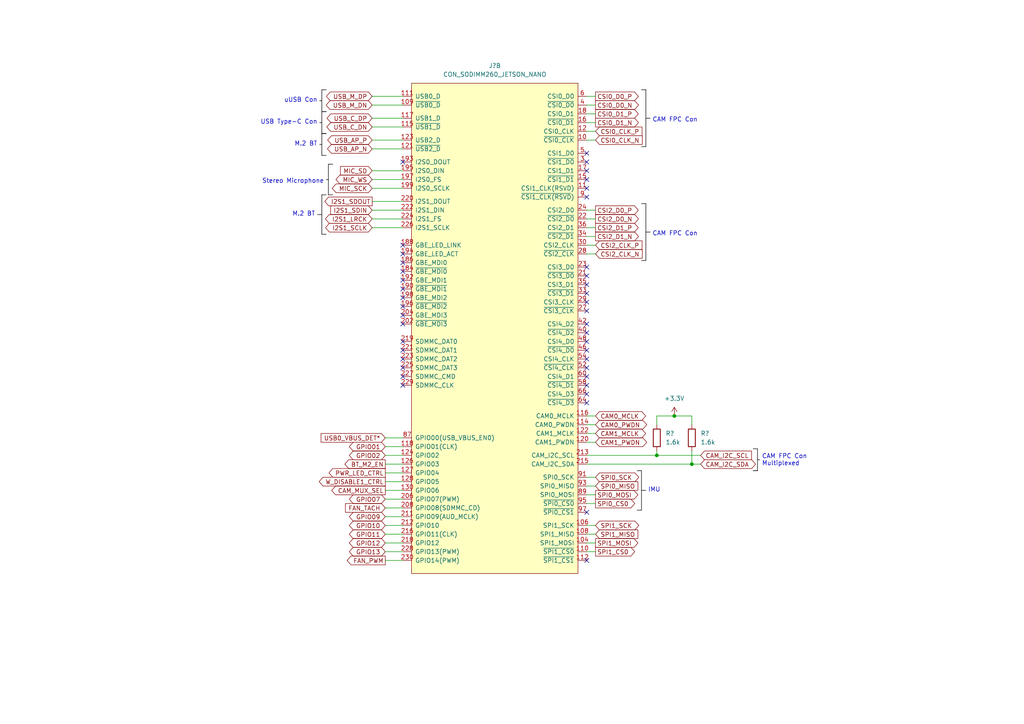
<source format=kicad_sch>
(kicad_sch (version 20211123) (generator eeschema)
  (paper "A4")
  (title_block (title "SODIMM Connector 2/3") (date "2022-09-18") (rev "1.0"))
  (lib_symbols
    (symbol "Device:R" (pin_numbers hide) (pin_names (offset 0))
      (property "Reference" "R" (at 2.032 0 90))
      (property "Value" "R" (at 0 0 90))
      (symbol "R_0_1"
        (rectangle (start -1.016 -2.54) (end 1.016 2.54) (stroke (width 0.254)))
      )
      (symbol "R_1_1"
        (pin passive line (at 0 3.81 270) (length 1.27) (name "~") (number "1"))
        (pin passive line (at 0 -3.81 90) (length 1.27) (name "~") (number "2"))
      )
    )
    (symbol "SODIMM_Connector:CON_SODIMM260_JETSON_NANO" (pin_names (offset 1.016))
      (property "Reference" "J" (at 0 59.69 0))
      (property "Value" "CON_SODIMM260_JETSON_NANO" (at 0 55.88 0))
      (symbol "CON_SODIMM260_JETSON_NANO_1_1"
        (rectangle (start -20.32 73.66) (end 20.32 -76.2) (fill (type background)))
        (pin power_in line (at -22.86 41.91 0) (length 2.54) (name "GND") (number "1"))
        (pin input line (at 22.86 44.45 180) (length 2.54) (name "UART0_RXD") (number "101"))
        (pin input line (at 22.86 39.37 180) (length 2.54) (name "~{UART0_CTS}") (number "101"))
        (pin power_in line (at -22.86 -34.29 0) (length 2.54) (name "GND") (number "102"))
        (pin power_in line (at -22.86 -36.83 0) (length 2.54) (name "GND") (number "107"))
        (pin power_in line (at -22.86 -39.37 0) (length 2.54) (name "GND") (number "113"))
        (pin power_in line (at -22.86 -41.91 0) (length 2.54) (name "GND") (number "119"))
        (pin power_in line (at -22.86 -44.45 0) (length 2.54) (name "GND") (number "125"))
        (pin power_in line (at -22.86 -46.99 0) (length 2.54) (name "GND") (number "129"))
        (pin power_in line (at -22.86 31.75 0) (length 2.54) (name "GND") (number "13"))
        (pin power_in line (at -22.86 -49.53 0) (length 2.54) (name "GND") (number "132"))
        (pin power_in line (at -22.86 -52.07 0) (length 2.54) (name "GND") (number "135"))
        (pin power_in line (at -22.86 -54.61 0) (length 2.54) (name "GND") (number "138"))
        (pin power_in line (at -22.86 29.21 0) (length 2.54) (name "GND") (number "14"))
        (pin power_in line (at -22.86 -57.15 0) (length 2.54) (name "GND") (number "141"))
        (pin input line (at 22.86 12.7 180) (length 2.54) (name "(CAN_RX)_RSVD") (number "143"))
        (pin power_in line (at -22.86 -59.69 0) (length 2.54) (name "GND") (number "144"))
        (pin output line (at 22.86 10.16 180) (length 2.54) (name "(CAN_TX)_RSVD") (number "145"))
        (pin power_in line (at -22.86 -62.23 0) (length 2.54) (name "GND") (number "146"))
        (pin power_in line (at -22.86 -64.77 0) (length 2.54) (name "GND") (number "147"))
        (pin power_in line (at -22.86 -67.31 0) (length 2.54) (name "GND") (number "152"))
        (pin power_in line (at -22.86 -69.85 0) (length 2.54) (name "GND") (number "153"))
        (pin power_in line (at -22.86 -72.39 0) (length 2.54) (name "GND") (number "158"))
        (pin power_in line (at 22.86 -16.51 180) (length 2.54) (name "GND") (number "159"))
        (pin power_in line (at 22.86 -19.05 180) (length 2.54) (name "GND") (number "164"))
        (pin power_in line (at 22.86 -21.59 180) (length 2.54) (name "GND") (number "165"))
        (pin power_in line (at 22.86 -24.13 180) (length 2.54) (name "GND") (number "170"))
        (pin power_in line (at 22.86 -26.67 180) (length 2.54) (name "GND") (number "171"))
        (pin power_in line (at 22.86 -29.21 180) (length 2.54) (name "GND") (number "176"))
        (pin power_in line (at 22.86 -31.75 180) (length 2.54) (name "GND") (number "177"))
        (pin output line (at 22.86 5.08 180) (length 2.54) (name "~{MOD_SLEEP}") (number "178"))
        (pin bidirectional line (at 22.86 69.85 180) (length 2.54) (name "I2C0_SCL") (number "185"))
        (pin bidirectional line (at 22.86 67.31 180) (length 2.54) (name "I2C0_SDA") (number "187"))
        (pin bidirectional line (at 22.86 62.23 180) (length 2.54) (name "I2C1_SCL") (number "189"))
        (pin power_in line (at -22.86 26.67 0) (length 2.54) (name "GND") (number "19"))
        (pin bidirectional line (at 22.86 59.69 180) (length 2.54) (name "I2C1_SDA") (number "191"))
        (pin power_in line (at -22.86 39.37 0) (length 2.54) (name "GND") (number "2"))
        (pin power_in line (at -22.86 24.13 0) (length 2.54) (name "GND") (number "20"))
        (pin power_in line (at 22.86 -34.29 180) (length 2.54) (name "GND") (number "200"))
        (pin power_in line (at 22.86 -36.83 180) (length 2.54) (name "GND") (number "201"))
        (pin output line (at 22.86 34.29 180) (length 2.54) (name "UART1_TXD") (number "203"))
        (pin input line (at 22.86 31.75 180) (length 2.54) (name "UART1_RXD") (number "205"))
        (pin output line (at 22.86 29.21 180) (length 2.54) (name "~{UART1_RTS}") (number "207"))
        (pin input line (at 22.86 26.67 180) (length 2.54) (name "~{UART1_CTS}") (number "209"))
        (pin input line (at 22.86 -7.62 180) (length 2.54) (name "~{FORCE_RECOVERY}") (number "214"))
        (pin power_in line (at 22.86 -39.37 180) (length 2.54) (name "GND") (number "217"))
        (pin power_in line (at 22.86 -41.91 180) (length 2.54) (name "GND") (number "231"))
        (pin bidirectional line (at 22.86 54.61 180) (length 2.54) (name "I2C2_SCL") (number "232"))
        (pin output line (at 22.86 0 180) (length 2.54) (name "~{SHUTDOWN_REQ}") (number "233"))
        (pin bidirectional line (at 22.86 52.07 180) (length 2.54) (name "I2C2_SDA") (number "234"))
        (pin input line (at 22.86 -2.54 180) (length 2.54) (name "PMIC_BBAT") (number "235"))
        (pin output line (at 22.86 21.59 180) (length 2.54) (name "(DEBUG)_UART2_TXD") (number "236"))
        (pin input line (at 22.86 2.54 180) (length 2.54) (name "POWER_EN") (number "237"))
        (pin input line (at 22.86 19.05 180) (length 2.54) (name "(DEBUG)_UART2_RXD") (number "238"))
        (pin bidirectional line (at 22.86 -5.08 180) (length 2.54) (name "~{SYS_RESET}") (number "239"))
        (pin input line (at 22.86 -10.16 180) (length 2.54) (name "~{SLEEP/WAKE}") (number "240"))
        (pin power_in line (at 22.86 -44.45 180) (length 2.54) (name "GND") (number "241"))
        (pin power_in line (at 22.86 -46.99 180) (length 2.54) (name "GND") (number "242"))
        (pin power_in line (at 22.86 -49.53 180) (length 2.54) (name "GND") (number "243"))
        (pin power_in line (at 22.86 -52.07 180) (length 2.54) (name "GND") (number "244"))
        (pin power_in line (at 22.86 -54.61 180) (length 2.54) (name "GND") (number "245"))
        (pin power_in line (at 22.86 -57.15 180) (length 2.54) (name "GND") (number "246"))
        (pin power_in line (at 22.86 -59.69 180) (length 2.54) (name "GND") (number "247"))
        (pin power_in line (at 22.86 -62.23 180) (length 2.54) (name "GND") (number "248"))
        (pin power_in line (at 22.86 -64.77 180) (length 2.54) (name "GND") (number "249"))
        (pin power_in line (at -22.86 21.59 0) (length 2.54) (name "GND") (number "25"))
        (pin power_in line (at 22.86 -67.31 180) (length 2.54) (name "GND") (number "250"))
        (pin power_in line (at -22.86 69.85 0) (length 2.54) (name "VDD_IN") (number "251"))
        (pin power_in line (at -22.86 67.31 0) (length 2.54) (name "VDD_IN") (number "252"))
        (pin power_in line (at -22.86 64.77 0) (length 2.54) (name "VDD_IN") (number "253"))
        (pin power_in line (at -22.86 62.23 0) (length 2.54) (name "VDD_IN") (number "254"))
        (pin power_in line (at -22.86 59.69 0) (length 2.54) (name "VDD_IN") (number "255"))
        (pin power_in line (at -22.86 57.15 0) (length 2.54) (name "VDD_IN") (number "256"))
        (pin power_in line (at -22.86 54.61 0) (length 2.54) (name "VDD_IN") (number "257"))
        (pin power_in line (at -22.86 52.07 0) (length 2.54) (name "VDD_IN") (number "258"))
        (pin power_in line (at -22.86 49.53 0) (length 2.54) (name "VDD_IN") (number "259"))
        (pin power_in line (at -22.86 19.05 0) (length 2.54) (name "GND") (number "26"))
        (pin power_in line (at -22.86 46.99 0) (length 2.54) (name "VDD_IN") (number "260"))
        (pin power_in line (at 22.86 -69.85 180) (length 2.54) (name "GND") (number "261"))
        (pin power_in line (at 22.86 -72.39 180) (length 2.54) (name "GND") (number "262"))
        (pin power_in line (at -22.86 16.51 0) (length 2.54) (name "GND") (number "31"))
        (pin power_in line (at -22.86 13.97 0) (length 2.54) (name "GND") (number "32"))
        (pin power_in line (at -22.86 11.43 0) (length 2.54) (name "GND") (number "37"))
        (pin power_in line (at -22.86 8.89 0) (length 2.54) (name "GND") (number "38"))
        (pin power_in line (at -22.86 6.35 0) (length 2.54) (name "GND") (number "43"))
        (pin power_in line (at -22.86 3.81 0) (length 2.54) (name "GND") (number "44"))
        (pin power_in line (at -22.86 1.27 0) (length 2.54) (name "GND") (number "49"))
        (pin power_in line (at -22.86 -1.27 0) (length 2.54) (name "GND") (number "50"))
        (pin power_in line (at -22.86 -3.81 0) (length 2.54) (name "GND") (number "55"))
        (pin power_in line (at -22.86 -6.35 0) (length 2.54) (name "GND") (number "56"))
        (pin power_in line (at -22.86 -8.89 0) (length 2.54) (name "GND") (number "61"))
        (pin power_in line (at -22.86 -11.43 0) (length 2.54) (name "GND") (number "62"))
        (pin power_in line (at -22.86 -13.97 0) (length 2.54) (name "GND") (number "67"))
        (pin power_in line (at -22.86 -16.51 0) (length 2.54) (name "GND") (number "68"))
        (pin power_in line (at -22.86 36.83 0) (length 2.54) (name "GND") (number "7"))
        (pin power_in line (at -22.86 -19.05 0) (length 2.54) (name "GND") (number "73"))
        (pin power_in line (at -22.86 -21.59 0) (length 2.54) (name "GND") (number "74"))
        (pin power_in line (at -22.86 -24.13 0) (length 2.54) (name "GND") (number "79"))
        (pin power_in line (at -22.86 34.29 0) (length 2.54) (name "GND") (number "8"))
        (pin power_in line (at -22.86 -26.67 0) (length 2.54) (name "GND") (number "80"))
        (pin power_in line (at -22.86 -29.21 0) (length 2.54) (name "GND") (number "85"))
        (pin power_in line (at -22.86 -31.75 0) (length 2.54) (name "GND") (number "86"))
        (pin output line (at 22.86 46.99 180) (length 2.54) (name "UART0_TXD") (number "99"))
        (pin output line (at 22.86 41.91 180) (length 2.54) (name "~{UART0_RTS}") (number "99"))
      )
      (symbol "CON_SODIMM260_JETSON_NANO_2_1"
        (rectangle (start -24.13 71.12) (end 24.13 -71.12) (fill (type background)))
        (pin bidirectional line (at 26.67 54.61 180) (length 2.54) (name "~{CSI0_CLK}") (number "10"))
        (pin bidirectional line (at 26.67 -62.23 180) (length 2.54) (name "SPI1_MOSI") (number "104"))
        (pin bidirectional line (at 26.67 -57.15 180) (length 2.54) (name "SPI1_SCK") (number "106"))
        (pin bidirectional line (at 26.67 -59.69 180) (length 2.54) (name "SPI1_MISO") (number "108"))
        (pin bidirectional line (at -26.67 64.77 0) (length 2.54) (name "~{USB0_D}") (number "109"))
        (pin bidirectional line (at 26.67 40.64 180) (length 2.54) (name "CSI1_CLK(RSVD)") (number "11"))
        (pin bidirectional line (at 26.67 -64.77 180) (length 2.54) (name "~{SPI1_CS0}") (number "110"))
        (pin bidirectional line (at -26.67 67.31 0) (length 2.54) (name "USB0_D") (number "111"))
        (pin bidirectional line (at 26.67 -67.31 180) (length 2.54) (name "~{SPI1_CS1}") (number "112"))
        (pin bidirectional line (at 26.67 -27.94 180) (length 2.54) (name "CAM0_PWDN") (number "114"))
        (pin bidirectional line (at -26.67 58.42 0) (length 2.54) (name "~{USB1_D}") (number "115"))
        (pin bidirectional line (at 26.67 -25.4 180) (length 2.54) (name "CAM0_MCLK") (number "116"))
        (pin bidirectional line (at -26.67 60.96 0) (length 2.54) (name "USB1_D") (number "117"))
        (pin output line (at -26.67 -34.29 0) (length 2.54) (name "GPIO01(CLK)") (number "118"))
        (pin bidirectional line (at 26.67 57.15 180) (length 2.54) (name "CSI0_CLK") (number "12"))
        (pin bidirectional line (at 26.67 -33.02 180) (length 2.54) (name "CAM1_PWDN") (number "120"))
        (pin bidirectional line (at -26.67 52.07 0) (length 2.54) (name "~{USB2_D}") (number "121"))
        (pin bidirectional line (at 26.67 -30.48 180) (length 2.54) (name "CAM1_MCLK") (number "122"))
        (pin bidirectional line (at -26.67 54.61 0) (length 2.54) (name "USB2_D") (number "123"))
        (pin bidirectional line (at -26.67 -36.83 0) (length 2.54) (name "GPIO02") (number "124"))
        (pin bidirectional line (at -26.67 -39.37 0) (length 2.54) (name "GPIO03") (number "126"))
        (pin bidirectional line (at -26.67 -41.91 0) (length 2.54) (name "GPIO04") (number "127"))
        (pin bidirectional line (at -26.67 -44.45 0) (length 2.54) (name "GPIO05") (number "128"))
        (pin bidirectional line (at -26.67 -46.99 0) (length 2.54) (name "GPIO06") (number "130"))
        (pin bidirectional line (at 26.67 43.18 180) (length 2.54) (name "~{CSI1_D1}") (number "15"))
        (pin bidirectional line (at 26.67 59.69 180) (length 2.54) (name "~{CSI0_D1}") (number "16"))
        (pin bidirectional line (at 26.67 45.72 180) (length 2.54) (name "CSI1_D1") (number "17"))
        (pin bidirectional line (at 26.67 62.23 180) (length 2.54) (name "CSI0_D1") (number "18"))
        (pin bidirectional line (at -26.67 16.51 0) (length 2.54) (name "~{GBE_MDI0}") (number "184"))
        (pin bidirectional line (at -26.67 19.05 0) (length 2.54) (name "GBE_MDI0") (number "186"))
        (pin output line (at -26.67 24.13 0) (length 2.54) (name "GBE_LED_LINK") (number "188"))
        (pin bidirectional line (at -26.67 11.43 0) (length 2.54) (name "~{GBE_MDI1}") (number "190"))
        (pin bidirectional line (at -26.67 13.97 0) (length 2.54) (name "GBE_MDI1") (number "192"))
        (pin output line (at -26.67 48.26 0) (length 2.54) (name "I2S0_DOUT") (number "193"))
        (pin output line (at -26.67 21.59 0) (length 2.54) (name "GBE_LED_ACT") (number "194"))
        (pin input line (at -26.67 45.72 0) (length 2.54) (name "I2S0_DIN") (number "195"))
        (pin bidirectional line (at -26.67 6.35 0) (length 2.54) (name "~{GBE_MDI2}") (number "196"))
        (pin bidirectional line (at -26.67 43.18 0) (length 2.54) (name "I2S0_FS") (number "197"))
        (pin bidirectional line (at -26.67 8.89 0) (length 2.54) (name "GBE_MDI2") (number "198"))
        (pin bidirectional line (at -26.67 40.64 0) (length 2.54) (name "I2S0_SCLK") (number "199"))
        (pin bidirectional line (at -26.67 1.27 0) (length 2.54) (name "~{GBE_MDI3}") (number "202"))
        (pin bidirectional line (at -26.67 3.81 0) (length 2.54) (name "GBE_MDI3") (number "204"))
        (pin bidirectional line (at -26.67 -49.53 0) (length 2.54) (name "GPIO07(PWM)") (number "206"))
        (pin bidirectional line (at -26.67 -52.07 0) (length 2.54) (name "GPIO08(SDMMC_CD)") (number "208"))
        (pin bidirectional line (at 26.67 15.24 180) (length 2.54) (name "~{CSI3_D0}") (number "21"))
        (pin bidirectional line (at -26.67 -54.61 0) (length 2.54) (name "GPIO09(AUD_MCLK)") (number "211"))
        (pin bidirectional line (at -26.67 -57.15 0) (length 2.54) (name "GPIO10") (number "212"))
        (pin bidirectional line (at 26.67 -36.83 180) (length 2.54) (name "CAM_I2C_SCL") (number "213"))
        (pin bidirectional line (at 26.67 -39.37 180) (length 2.54) (name "CAM_I2C_SDA") (number "215"))
        (pin bidirectional line (at -26.67 -59.69 0) (length 2.54) (name "GPIO11(CLK)") (number "216"))
        (pin bidirectional line (at -26.67 -62.23 0) (length 2.54) (name "GPIO12") (number "218"))
        (pin bidirectional line (at -26.67 -3.81 0) (length 2.54) (name "SDMMC_DAT0") (number "219"))
        (pin bidirectional line (at 26.67 31.75 180) (length 2.54) (name "~{CSI2_D0}") (number "22"))
        (pin output line (at -26.67 36.83 0) (length 2.54) (name "I2S1_DOUT") (number "220"))
        (pin bidirectional line (at -26.67 -6.35 0) (length 2.54) (name "SDMMC_DAT1") (number "221"))
        (pin input line (at -26.67 34.29 0) (length 2.54) (name "I2S1_DIN") (number "222"))
        (pin bidirectional line (at -26.67 -8.89 0) (length 2.54) (name "SDMMC_DAT2") (number "223"))
        (pin bidirectional line (at -26.67 31.75 0) (length 2.54) (name "I2S1_FS") (number "224"))
        (pin bidirectional line (at -26.67 -11.43 0) (length 2.54) (name "SDMMC_DAT3") (number "225"))
        (pin bidirectional line (at -26.67 29.21 0) (length 2.54) (name "I2S1_SCLK") (number "226"))
        (pin bidirectional line (at -26.67 -13.97 0) (length 2.54) (name "SDMMC_CMD") (number "227"))
        (pin bidirectional line (at -26.67 -64.77 0) (length 2.54) (name "GPIO13(PWM)") (number "228"))
        (pin bidirectional line (at -26.67 -16.51 0) (length 2.54) (name "SDMMC_CLK") (number "229"))
        (pin bidirectional line (at 26.67 17.78 180) (length 2.54) (name "CSI3_D0") (number "23"))
        (pin bidirectional line (at -26.67 -67.31 0) (length 2.54) (name "GPIO14(PWM)") (number "230"))
        (pin bidirectional line (at 26.67 34.29 180) (length 2.54) (name "CSI2_D0") (number "24"))
        (pin bidirectional line (at 26.67 5.08 180) (length 2.54) (name "~{CSI3_CLK}") (number "27"))
        (pin bidirectional line (at 26.67 21.59 180) (length 2.54) (name "~{CSI2_CLK}") (number "28"))
        (pin bidirectional line (at 26.67 7.62 180) (length 2.54) (name "CSI3_CLK") (number "29"))
        (pin bidirectional line (at 26.67 48.26 180) (length 2.54) (name "~{CSI1_D0}") (number "3"))
        (pin bidirectional line (at 26.67 24.13 180) (length 2.54) (name "CSI2_CLK") (number "30"))
        (pin bidirectional line (at 26.67 10.16 180) (length 2.54) (name "~{CSI3_D1}") (number "33"))
        (pin bidirectional line (at 26.67 26.67 180) (length 2.54) (name "~{CSI2_D1}") (number "34"))
        (pin bidirectional line (at 26.67 12.7 180) (length 2.54) (name "CSI3_D1") (number "35"))
        (pin bidirectional line (at 26.67 29.21 180) (length 2.54) (name "CSI2_D1") (number "36"))
        (pin bidirectional line (at 26.67 64.77 180) (length 2.54) (name "~{CSI0_D0}") (number "4"))
        (pin bidirectional line (at 26.67 -1.27 180) (length 2.54) (name "~{CSI4_D2}") (number "40"))
        (pin bidirectional line (at 26.67 1.27 180) (length 2.54) (name "CSI4_D2") (number "42"))
        (pin bidirectional line (at 26.67 -6.35 180) (length 2.54) (name "~{CSI4_D0}") (number "46"))
        (pin bidirectional line (at 26.67 -3.81 180) (length 2.54) (name "CSI4_D0") (number "48"))
        (pin bidirectional line (at 26.67 50.8 180) (length 2.54) (name "CSI1_D0") (number "5"))
        (pin bidirectional line (at 26.67 -11.43 180) (length 2.54) (name "~{CSI4_CLK}") (number "52"))
        (pin bidirectional line (at 26.67 -8.89 180) (length 2.54) (name "CSI4_CLK") (number "54"))
        (pin bidirectional line (at 26.67 -16.51 180) (length 2.54) (name "~{CSI4_D1}") (number "58"))
        (pin bidirectional line (at 26.67 67.31 180) (length 2.54) (name "CSI0_D0") (number "6"))
        (pin bidirectional line (at 26.67 -13.97 180) (length 2.54) (name "CSI4_D1") (number "60"))
        (pin bidirectional line (at 26.67 -21.59 180) (length 2.54) (name "~{CSI4_D3}") (number "64"))
        (pin bidirectional line (at 26.67 -19.05 180) (length 2.54) (name "CSI4_D3") (number "66"))
        (pin output line (at -26.67 -31.75 0) (length 2.54) (name "GPIO00(USB_VBUS_EN0)") (number "87"))
        (pin bidirectional line (at 26.67 -48.26 180) (length 2.54) (name "SPI0_MOSI") (number "89"))
        (pin bidirectional line (at 26.67 38.1 180) (length 2.54) (name "~{CSI1_CLK(RSVD})") (number "9"))
        (pin bidirectional line (at 26.67 -43.18 180) (length 2.54) (name "SPI0_SCK") (number "91"))
        (pin bidirectional line (at 26.67 -45.72 180) (length 2.54) (name "SPI0_MISO") (number "93"))
        (pin bidirectional line (at 26.67 -50.8 180) (length 2.54) (name "~{SPI0_CS0}") (number "95"))
        (pin bidirectional line (at 26.67 -53.34 180) (length 2.54) (name "~{SPI0_CS1}") (number "97"))
      )
      (symbol "CON_SODIMM260_JETSON_NANO_3_1"
        (rectangle (start -31.75 53.34) (end 31.75 -52.07) (fill (type background)))
        (pin bidirectional line (at -34.29 -21.59 0) (length 2.54) (name "DP1_AUX_P(HDMI_DDC_SCL)") (number "100"))
        (pin bidirectional line (at 34.29 22.86 180) (length 2.54) (name "~{PCIE0_RX0}") (number "131"))
        (pin bidirectional line (at 34.29 25.4 180) (length 2.54) (name "PCIE0_RX0") (number "133"))
        (pin bidirectional line (at 34.29 27.94 180) (length 2.54) (name "~{PCIE0_TX0}") (number "134"))
        (pin bidirectional line (at 34.29 30.48 180) (length 2.54) (name "PCIE0_TX0") (number "136"))
        (pin bidirectional line (at 34.29 11.43 180) (length 2.54) (name "~{PCIE0_RX1}") (number "137"))
        (pin bidirectional line (at 34.29 13.97 180) (length 2.54) (name "PCIE0_RX1") (number "139"))
        (pin bidirectional line (at 34.29 16.51 180) (length 2.54) (name "~{PCIE0_TX1}") (number "140"))
        (pin bidirectional line (at 34.29 19.05 180) (length 2.54) (name "PCIE0_TX1") (number "142"))
        (pin bidirectional line (at 34.29 5.08 180) (length 2.54) (name "~{PCIE0_TX2}") (number "148"))
        (pin bidirectional line (at 34.29 0 180) (length 2.54) (name "~{PCIE0_RX2}") (number "149"))
        (pin bidirectional line (at 34.29 7.62 180) (length 2.54) (name "PCIE0_TX2") (number "150"))
        (pin bidirectional line (at 34.29 2.54 180) (length 2.54) (name "PCIE0_RX2") (number "151"))
        (pin bidirectional line (at 34.29 -6.35 180) (length 2.54) (name "~{PCIE0_TX3}") (number "154"))
        (pin bidirectional line (at 34.29 -11.43 180) (length 2.54) (name "~{PCIE0_RX3}") (number "155"))
        (pin bidirectional line (at 34.29 -3.81 180) (length 2.54) (name "PCIE0_TX3") (number "156"))
        (pin bidirectional line (at 34.29 -8.89 180) (length 2.54) (name "PCIE0_RX3") (number "157"))
        (pin bidirectional line (at 34.29 34.29 180) (length 2.54) (name "~{PCIE0_CLK}") (number "160"))
        (pin bidirectional line (at 34.29 -22.86 180) (length 2.54) (name "~{USBSS_RX}") (number "161"))
        (pin bidirectional line (at 34.29 36.83 180) (length 2.54) (name "PCIE0_CLK") (number "162"))
        (pin bidirectional line (at 34.29 -20.32 180) (length 2.54) (name "USBSS_RX") (number "163"))
        (pin bidirectional line (at 34.29 -17.78 180) (length 2.54) (name "~{USBSS_TX}") (number "166"))
        (pin bidirectional line (at 34.29 -48.26 180) (length 2.54) (name "~{(PCIE1_TX0})RSVD") (number "167"))
        (pin bidirectional line (at 34.29 -15.24 180) (length 2.54) (name "USBSS_TX") (number "168"))
        (pin bidirectional line (at 34.29 -45.72 180) (length 2.54) (name "(PCIE1_RX0)RSVD") (number "169"))
        (pin bidirectional line (at 34.29 -43.18 180) (length 2.54) (name "~{(PCIE1_TX0})RSVD") (number "172"))
        (pin bidirectional line (at 34.29 -36.83 180) (length 2.54) (name "~{(PCIE1_CLK})RSVD") (number "173"))
        (pin bidirectional line (at 34.29 -40.64 180) (length 2.54) (name "(PCIE1_TX0)RSVD") (number "174"))
        (pin bidirectional line (at 34.29 -34.29 180) (length 2.54) (name "(PCIE1_CLK)RSVD") (number "175"))
        (pin bidirectional line (at 34.29 48.26 180) (length 2.54) (name "~{PCIE_WAKE}") (number "179"))
        (pin bidirectional line (at 34.29 40.64 180) (length 2.54) (name "~{PCIE0_CLKREQ}") (number "180"))
        (pin bidirectional line (at 34.29 44.45 180) (length 2.54) (name "~{PCIE0_RST}") (number "181"))
        (pin bidirectional line (at 34.29 -30.48 180) (length 2.54) (name "~{(PCIE1_CLKREQ})RSVD") (number "182"))
        (pin bidirectional line (at 34.29 -26.67 180) (length 2.54) (name "~{(PCIE1_RST})RSVD") (number "183"))
        (pin bidirectional line (at -34.29 -48.26 0) (length 2.54) (name "CLK_32K_OUT") (number "210"))
        (pin bidirectional line (at -34.29 29.21 0) (length 2.54) (name "~{DP0_TXD0}") (number "39"))
        (pin bidirectional line (at -34.29 31.75 0) (length 2.54) (name "DP0_TXD0") (number "41"))
        (pin bidirectional line (at -34.29 24.13 0) (length 2.54) (name "~{DP0_TXD1}") (number "45"))
        (pin bidirectional line (at -34.29 26.67 0) (length 2.54) (name "DP0_TXD1") (number "47"))
        (pin bidirectional line (at -34.29 19.05 0) (length 2.54) (name "~{DP0_TXD2}") (number "51"))
        (pin bidirectional line (at -34.29 21.59 0) (length 2.54) (name "DP0_TXD2") (number "53"))
        (pin bidirectional line (at -34.29 13.97 0) (length 2.54) (name "~{DP0_TXD3}") (number "57"))
        (pin bidirectional line (at -34.29 16.51 0) (length 2.54) (name "DP0_TXD3") (number "59"))
        (pin bidirectional line (at -34.29 -2.54 0) (length 2.54) (name "~{DP1_TXD0(HDMI_TXD2})") (number "63"))
        (pin bidirectional line (at -34.29 0 0) (length 2.54) (name "DP1_TXD0(HDMI_TXD2)") (number "65"))
        (pin bidirectional line (at -34.29 -7.62 0) (length 2.54) (name "~{DP1_TXD1(HDMI_TXD1})") (number "69"))
        (pin bidirectional line (at -34.29 46.99 0) (length 2.54) (name "~{DSI_D0}") (number "70"))
        (pin bidirectional line (at -34.29 -5.08 0) (length 2.54) (name "DP1_TXD1(HDMI_TXD1)") (number "71"))
        (pin bidirectional line (at -34.29 49.53 0) (length 2.54) (name "DSI_D0") (number "72"))
        (pin bidirectional line (at -34.29 -12.7 0) (length 2.54) (name "~{DP1_TXD2(HDMI_TXD0})") (number "75"))
        (pin bidirectional line (at -34.29 36.83 0) (length 2.54) (name "~{DSI_CLK}") (number "76"))
        (pin bidirectional line (at -34.29 -10.16 0) (length 2.54) (name "DP1_TXD2(HDMI_TXD0)") (number "77"))
        (pin bidirectional line (at -34.29 39.37 0) (length 2.54) (name "DSI_CLK") (number "78"))
        (pin bidirectional line (at -34.29 -17.78 0) (length 2.54) (name "~{DP1_TXD3(HDMI_TXC})") (number "81"))
        (pin bidirectional line (at -34.29 41.91 0) (length 2.54) (name "~{DSI_D1}") (number "82"))
        (pin bidirectional line (at -34.29 -15.24 0) (length 2.54) (name "DP1_TXD3(HDMI_TXC)") (number "83"))
        (pin bidirectional line (at -34.29 44.45 0) (length 2.54) (name "DSI_D1") (number "84"))
        (pin bidirectional line (at -34.29 3.81 0) (length 2.54) (name "DP0_HPD") (number "88"))
        (pin bidirectional line (at -34.29 7.62 0) (length 2.54) (name "~{DP0_AUX}") (number "90"))
        (pin bidirectional line (at -34.29 10.16 0) (length 2.54) (name "DP0_AUX") (number "92"))
        (pin bidirectional line (at -34.29 -30.48 0) (length 2.54) (name "HDMI_CEC") (number "94"))
        (pin bidirectional line (at -34.29 -27.94 0) (length 2.54) (name "DP1_HPD(HDMI_HPD)") (number "96"))
        (pin bidirectional line (at -34.29 -24.13 0) (length 2.54) (name "~{DP1_AUX_N(HDMI_DDC_SDA})") (number "98"))
      )
    )
    (symbol "power:+3.3V" (power) (pin_names (offset 0))
      (property "Value" "+3.3V" (at 0 3.556 0))
      (symbol "+3.3V_0_1"
        (polyline (pts (xy -0.762 1.27) (xy 0 2.54)))
        (polyline (pts (xy 0 0) (xy 0 2.54)))
        (polyline (pts (xy 0 2.54) (xy 0.762 1.27)))
      )
      (symbol "+3.3V_1_1"
        (pin power_in line (at 0 0 90) (length 0) hide (name "+3.3V") (number "1"))
      )
    )
  )
  (junction (at 190.5 132.08))
  (junction (at 200.66 134.62))
  (junction (at 195.58 120.65))
  (no_connect (at 170.18 114.3))
  (no_connect (at 170.18 116.84))
  (no_connect (at 170.18 96.52))
  (no_connect (at 170.18 99.06))
  (no_connect (at 170.18 101.6))
  (no_connect (at 170.18 104.14))
  (no_connect (at 170.18 106.68))
  (no_connect (at 170.18 109.22))
  (no_connect (at 170.18 111.76))
  (no_connect (at 170.18 162.56))
  (no_connect (at 170.18 87.63))
  (no_connect (at 170.18 44.45))
  (no_connect (at 170.18 46.99))
  (no_connect (at 170.18 49.53))
  (no_connect (at 170.18 77.47))
  (no_connect (at 170.18 80.01))
  (no_connect (at 170.18 82.55))
  (no_connect (at 170.18 85.09))
  (no_connect (at 170.18 52.07))
  (no_connect (at 170.18 54.61))
  (no_connect (at 170.18 57.15))
  (no_connect (at 170.18 148.59))
  (no_connect (at 170.18 90.17))
  (no_connect (at 170.18 93.98))
  (no_connect (at 116.84 99.06))
  (no_connect (at 116.84 101.6))
  (no_connect (at 116.84 104.14))
  (no_connect (at 116.84 106.68))
  (no_connect (at 116.84 109.22))
  (no_connect (at 116.84 111.76))
  (no_connect (at 116.84 83.82))
  (no_connect (at 116.84 86.36))
  (no_connect (at 116.84 88.9))
  (no_connect (at 116.84 91.44))
  (no_connect (at 116.84 93.98))
  (no_connect (at 116.84 71.12))
  (no_connect (at 116.84 73.66))
  (no_connect (at 116.84 76.2))
  (no_connect (at 116.84 78.74))
  (no_connect (at 116.84 81.28))
  (no_connect (at 116.84 46.99))
  (polyline (pts (xy 92.075 62.23) (xy 93.345 62.23)) (stroke (width 0) (type solid) (color 0 0 0 1)))
  (polyline (pts (xy 186.055 59.055) (xy 187.325 59.055)) (stroke (width 0) (type solid) (color 0 0 0 1)))
  (wire (pts (xy 170.18 30.48) (xy 172.72 30.48)))
  (wire (pts (xy 107.95 30.48) (xy 116.84 30.48)))
  (wire (pts (xy 111.76 149.86) (xy 116.84 149.86)))
  (wire (pts (xy 170.18 40.64) (xy 172.72 40.64)))
  (wire (pts (xy 107.95 63.5) (xy 116.84 63.5)))
  (wire (pts (xy 170.18 27.94) (xy 172.72 27.94)))
  (wire (pts (xy 170.18 154.94) (xy 172.72 154.94)))
  (wire (pts (xy 170.18 123.19) (xy 172.72 123.19)))
  (wire (pts (xy 170.18 157.48) (xy 172.72 157.48)))
  (wire (pts (xy 170.18 73.66) (xy 172.72 73.66)))
  (polyline (pts (xy 186.055 42.545) (xy 187.325 42.545)) (stroke (width 0) (type solid) (color 0 0 0 1)))
  (polyline (pts (xy 187.325 42.545) (xy 187.325 26.035)) (stroke (width 0) (type solid) (color 0 0 0 1)))
  (wire (pts (xy 170.18 138.43) (xy 172.72 138.43)))
  (wire (pts (xy 170.18 120.65) (xy 172.72 120.65)))
  (wire (pts (xy 170.18 125.73) (xy 172.72 125.73)))
  (polyline (pts (xy 93.345 29.21) (xy 92.71 29.21)) (stroke (width 0) (type solid) (color 0 0 0 1)))
  (polyline (pts (xy 93.345 41.91) (xy 92.71 41.91)) (stroke (width 0) (type solid) (color 0 0 0 1)))
  (wire (pts (xy 190.5 123.19) (xy 190.5 120.65)))
  (polyline (pts (xy 93.345 35.56) (xy 92.71 35.56)) (stroke (width 0) (type solid) (color 0 0 0 1)))
  (wire (pts (xy 111.76 162.56) (xy 116.84 162.56)))
  (wire (pts (xy 170.18 146.05) (xy 172.72 146.05)))
  (wire (pts (xy 170.18 134.62) (xy 200.66 134.62)))
  (wire (pts (xy 170.18 66.04) (xy 172.72 66.04)))
  (wire (pts (xy 170.18 60.96) (xy 172.72 60.96)))
  (wire (pts (xy 200.66 130.81) (xy 200.66 134.62)))
  (wire (pts (xy 111.76 137.16) (xy 116.84 137.16)))
  (wire (pts (xy 107.95 52.07) (xy 116.84 52.07)))
  (polyline (pts (xy 93.345 32.385) (xy 93.345 26.035)) (stroke (width 0) (type solid) (color 0 0 0 1)))
  (polyline (pts (xy 218.44 136.525) (xy 219.71 136.525)) (stroke (width 0) (type solid) (color 0 0 0 1)))
  (wire (pts (xy 111.76 157.48) (xy 116.84 157.48)))
  (wire (pts (xy 111.76 142.24) (xy 116.84 142.24)))
  (polyline (pts (xy 96.52 56.515) (xy 95.25 56.515)) (stroke (width 0) (type solid) (color 0 0 0 1)))
  (wire (pts (xy 170.18 71.12) (xy 172.72 71.12)))
  (wire (pts (xy 111.76 129.54) (xy 116.84 129.54)))
  (wire (pts (xy 107.95 43.18) (xy 116.84 43.18)))
  (polyline (pts (xy 94.615 38.735) (xy 93.345 38.735)) (stroke (width 0) (type solid) (color 0 0 0 1)))
  (polyline (pts (xy 186.055 75.565) (xy 187.325 75.565)) (stroke (width 0) (type solid) (color 0 0 0 1)))
  (wire (pts (xy 111.76 132.08) (xy 116.84 132.08)))
  (wire (pts (xy 107.95 36.83) (xy 116.84 36.83)))
  (wire (pts (xy 170.18 152.4) (xy 172.72 152.4)))
  (wire (pts (xy 170.18 143.51) (xy 172.72 143.51)))
  (wire (pts (xy 190.5 130.81) (xy 190.5 132.08)))
  (polyline (pts (xy 94.615 56.515) (xy 93.345 56.515)) (stroke (width 0) (type solid) (color 0 0 0 1)))
  (wire (pts (xy 170.18 38.1) (xy 172.72 38.1)))
  (polyline (pts (xy 187.325 75.565) (xy 187.325 59.055)) (stroke (width 0) (type solid) (color 0 0 0 1)))
  (wire (pts (xy 190.5 120.65) (xy 195.58 120.65)))
  (wire (pts (xy 111.76 144.78) (xy 116.84 144.78)))
  (wire (pts (xy 107.95 27.94) (xy 116.84 27.94)))
  (wire (pts (xy 107.95 34.29) (xy 116.84 34.29)))
  (wire (pts (xy 170.18 35.56) (xy 172.72 35.56)))
  (wire (pts (xy 170.18 33.02) (xy 172.72 33.02)))
  (polyline (pts (xy 94.615 38.735) (xy 93.345 38.735)) (stroke (width 0) (type solid) (color 0 0 0 1)))
  (polyline (pts (xy 93.345 38.735) (xy 93.345 32.385)) (stroke (width 0) (type solid) (color 0 0 0 1)))
  (wire (pts (xy 107.95 49.53) (xy 116.84 49.53)))
  (wire (pts (xy 170.18 128.27) (xy 172.72 128.27)))
  (wire (pts (xy 107.95 66.04) (xy 116.84 66.04)))
  (wire (pts (xy 107.95 58.42) (xy 116.84 58.42)))
  (wire (pts (xy 170.18 160.02) (xy 172.72 160.02)))
  (polyline (pts (xy 94.615 52.07) (xy 95.25 52.07)) (stroke (width 0) (color 0 0 0 1)))
  (wire (pts (xy 170.18 63.5) (xy 172.72 63.5)))
  (polyline (pts (xy 96.52 47.625) (xy 95.25 47.625)) (stroke (width 0) (type solid) (color 0 0 0 1)))
  (polyline (pts (xy 218.44 136.525) (xy 219.71 136.525)) (stroke (width 0) (type solid) (color 0 0 0 1)))
  (wire (pts (xy 111.76 160.02) (xy 116.84 160.02)))
  (wire (pts (xy 200.66 120.65) (xy 200.66 123.19)))
  (polyline (pts (xy 187.325 142.24) (xy 186.055 142.24)) (stroke (width 0) (type solid) (color 0 0 0 1)))
  (polyline (pts (xy 184.785 136.525) (xy 186.055 136.525)) (stroke (width 0) (type solid) (color 0 0 0 1)))
  (wire (pts (xy 111.76 152.4) (xy 116.84 152.4)))
  (wire (pts (xy 107.95 60.96) (xy 116.84 60.96)))
  (polyline (pts (xy 186.055 147.955) (xy 184.785 147.955)) (stroke (width 0) (type solid) (color 0 0 0 1)))
  (polyline (pts (xy 187.325 67.31) (xy 188.595 67.31)) (stroke (width 0) (type solid) (color 0 0 0 1)))
  (polyline (pts (xy 94.615 32.385) (xy 93.345 32.385)) (stroke (width 0) (type solid) (color 0 0 0 1)))
  (wire (pts (xy 107.95 40.64) (xy 116.84 40.64)))
  (wire (pts (xy 170.18 132.08) (xy 190.5 132.08)))
  (polyline (pts (xy 187.325 34.29) (xy 188.595 34.29)) (stroke (width 0) (type solid) (color 0 0 0 1)))
  (wire (pts (xy 111.76 127) (xy 116.84 127)))
  (polyline (pts (xy 186.055 26.035) (xy 187.325 26.035)) (stroke (width 0) (type solid) (color 0 0 0 1)))
  (wire (pts (xy 111.76 139.7) (xy 116.84 139.7)))
  (wire (pts (xy 200.66 134.62) (xy 203.2 134.62)))
  (polyline (pts (xy 219.71 136.525) (xy 219.71 130.175)) (stroke (width 0) (type solid) (color 0 0 0 1)))
  (polyline (pts (xy 94.615 45.085) (xy 93.345 45.085)) (stroke (width 0) (type solid) (color 0 0 0 1)))
  (polyline (pts (xy 219.71 133.35) (xy 220.345 133.35)) (stroke (width 0) (type solid) (color 0 0 0 1)))
  (polyline (pts (xy 93.345 67.945) (xy 94.615 67.945)) (stroke (width 0) (type solid) (color 0 0 0 1)))
  (polyline (pts (xy 93.345 45.085) (xy 93.345 38.735)) (stroke (width 0) (type solid) (color 0 0 0 1)))
  (wire (pts (xy 111.76 147.32) (xy 116.84 147.32)))
  (polyline (pts (xy 94.615 26.035) (xy 93.345 26.035)) (stroke (width 0) (type solid) (color 0 0 0 1)))
  (wire (pts (xy 190.5 132.08) (xy 203.2 132.08)))
  (wire (pts (xy 195.58 120.65) (xy 200.66 120.65)))
  (polyline (pts (xy 94.615 32.385) (xy 93.345 32.385)) (stroke (width 0) (type solid) (color 0 0 0 1)))
  (wire (pts (xy 111.76 154.94) (xy 116.84 154.94)))
  (polyline (pts (xy 218.44 130.175) (xy 219.71 130.175)) (stroke (width 0) (type solid) (color 0 0 0 1)))
  (wire (pts (xy 111.76 134.62) (xy 116.84 134.62)))
  (wire (pts (xy 170.18 68.58) (xy 172.72 68.58)))
  (polyline (pts (xy 186.055 136.525) (xy 186.055 147.955)) (stroke (width 0) (type solid) (color 0 0 0 1)))
  (polyline (pts (xy 95.25 56.515) (xy 95.25 47.625)) (stroke (width 0) (type solid) (color 0 0 0 1)))
  (wire (pts (xy 170.18 140.97) (xy 172.72 140.97)))
  (wire (pts (xy 107.95 54.61) (xy 116.84 54.61)))
  (polyline (pts (xy 93.345 56.515) (xy 93.345 67.945)) (stroke (width 0) (type solid) (color 0 0 0 1)))
  (text "CAM FPC Con\nMultiplexed" (at 220.98 135.255 0) (effects (font (size 1.27 1.27)) (justify left bottom)))
  (text "CAM FPC Con" (at 189.23 35.56 0) (effects (font (size 1.27 1.27)) (justify left bottom)))
  (text "USB Type-C Con" (at 92.075 36.195 180) (effects (font (size 1.27 1.27)) (justify right bottom)))
  (text "CAM FPC Con" (at 189.23 68.58 0) (effects (font (size 1.27 1.27)) (justify left bottom)))
  (text "M.2 BT" (at 91.44 62.865 180) (effects (font (size 1.27 1.27)) (justify right bottom)))
  (text "IMU" (at 187.96 142.875 0) (effects (font (size 1.27 1.27)) (justify left bottom)))
  (text "uUSB Con\n" (at 92.075 29.845 180) (effects (font (size 1.27 1.27)) (justify right bottom)))
  (text "M.2 BT" (at 92.075 42.545 180) (effects (font (size 1.27 1.27)) (justify right bottom)))
  (text "Stereo Microphone" (at 93.98 53.34 180) (effects (font (size 1.27 1.27)) (justify right bottom)))
  (global_label "CAM_I2C_SCL" (shape input) (at 203.2 132.08 0) (property "Intersheet References" "${INTERSHEET_REFS}" (effects hide)))
  (global_label "GPIO11" (shape bidirectional) (at 111.76 154.94 180) (property "Intersheet References" "${INTERSHEET_REFS}" (effects hide)))
  (global_label "SPI0_SCK" (shape bidirectional) (at 172.72 138.43 0) (property "Intersheet References" "${INTERSHEET_REFS}" (effects hide)))
  (global_label "CAM0_PWDN" (shape bidirectional) (at 172.72 123.19 0) (property "Intersheet References" "${INTERSHEET_REFS}" (effects hide)))
  (global_label "W_DISABLE1_CTRL" (shape output) (at 111.76 139.7 180) (property "Intersheet References" "${INTERSHEET_REFS}" (effects hide)))
  (global_label "I2S1_SDOUT" (shape output) (at 107.95 58.42 180) (property "Intersheet References" "${INTERSHEET_REFS}" (effects hide)))
  (global_label "CSI2_CLK_N" (shape input) (at 172.72 73.66 0) (property "Intersheet References" "${INTERSHEET_REFS}" (effects hide)))
  (global_label "USB_AP_P" (shape bidirectional) (at 107.95 40.64 180) (property "Intersheet References" "${INTERSHEET_REFS}" (effects hide)))
  (global_label "SPI0_CS0" (shape output) (at 172.72 146.05 0) (property "Intersheet References" "${INTERSHEET_REFS}" (effects hide)))
  (global_label "I2S1_SCLK" (shape bidirectional) (at 107.95 66.04 180) (property "Intersheet References" "${INTERSHEET_REFS}" (effects hide)))
  (global_label "CSI0_D1_P" (shape output) (at 172.72 33.02 0) (property "Intersheet References" "${INTERSHEET_REFS}" (effects hide)))
  (global_label "GPIO07" (shape bidirectional) (at 111.76 144.78 180) (property "Intersheet References" "${INTERSHEET_REFS}" (effects hide)))
  (global_label "SPI1_MOSI" (shape output) (at 172.72 157.48 0) (property "Intersheet References" "${INTERSHEET_REFS}" (effects hide)))
  (global_label "USB_C_DN" (shape bidirectional) (at 107.95 36.83 180) (property "Intersheet References" "${INTERSHEET_REFS}" (effects hide)))
  (global_label "PWR_LED_CTRL" (shape output) (at 111.76 137.16 180) (property "Intersheet References" "${INTERSHEET_REFS}" (effects hide)))
  (global_label "CSI2_D1_N" (shape output) (at 172.72 68.58 0) (property "Intersheet References" "${INTERSHEET_REFS}" (effects hide)))
  (global_label "CSI0_CLK_N" (shape input) (at 172.72 40.64 0) (property "Intersheet References" "${INTERSHEET_REFS}" (effects hide)))
  (global_label "GPIO12" (shape bidirectional) (at 111.76 157.48 180) (property "Intersheet References" "${INTERSHEET_REFS}" (effects hide)))
  (global_label "USB_M_DP" (shape bidirectional) (at 107.95 27.94 180) (property "Intersheet References" "${INTERSHEET_REFS}" (effects hide)))
  (global_label "CSI2_CLK_P" (shape input) (at 172.72 71.12 0) (property "Intersheet References" "${INTERSHEET_REFS}" (effects hide)))
  (global_label "SPI0_MISO" (shape input) (at 172.72 140.97 0) (property "Intersheet References" "${INTERSHEET_REFS}" (effects hide)))
  (global_label "SPI1_CS0" (shape output) (at 172.72 160.02 0) (property "Intersheet References" "${INTERSHEET_REFS}" (effects hide)))
  (global_label "GPIO10" (shape bidirectional) (at 111.76 152.4 180) (property "Intersheet References" "${INTERSHEET_REFS}" (effects hide)))
  (global_label "MIC_SCK" (shape bidirectional) (at 107.95 54.61 180) (property "Intersheet References" "${INTERSHEET_REFS}" (effects hide)))
  (global_label "CSI0_D0_P" (shape output) (at 172.72 27.94 0) (property "Intersheet References" "${INTERSHEET_REFS}" (effects hide)))
  (global_label "I2S1_SDIN" (shape input) (at 107.95 60.96 180) (property "Intersheet References" "${INTERSHEET_REFS}" (effects hide)))
  (global_label "I2S1_LRCK" (shape bidirectional) (at 107.95 63.5 180) (property "Intersheet References" "${INTERSHEET_REFS}" (effects hide)))
  (global_label "CSI0_CLK_P" (shape input) (at 172.72 38.1 0) (property "Intersheet References" "${INTERSHEET_REFS}" (effects hide)))
  (global_label "CAM_MUX_SEL" (shape output) (at 111.76 142.24 180) (property "Intersheet References" "${INTERSHEET_REFS}" (effects hide)))
  (global_label "SPI1_SCK" (shape bidirectional) (at 172.72 152.4 0) (property "Intersheet References" "${INTERSHEET_REFS}" (effects hide)))
  (global_label "CAM0_MCLK" (shape bidirectional) (at 172.72 120.65 0) (property "Intersheet References" "${INTERSHEET_REFS}" (effects hide)))
  (global_label "USB_C_DP" (shape bidirectional) (at 107.95 34.29 180) (property "Intersheet References" "${INTERSHEET_REFS}" (effects hide)))
  (global_label "GPIO13" (shape bidirectional) (at 111.76 160.02 180) (property "Intersheet References" "${INTERSHEET_REFS}" (effects hide)))
  (global_label "CSI0_D0_N" (shape output) (at 172.72 30.48 0) (property "Intersheet References" "${INTERSHEET_REFS}" (effects hide)))
  (global_label "CAM1_MCLK" (shape bidirectional) (at 172.72 125.73 0) (property "Intersheet References" "${INTERSHEET_REFS}" (effects hide)))
  (global_label "USB_AP_N" (shape bidirectional) (at 107.95 43.18 180) (property "Intersheet References" "${INTERSHEET_REFS}" (effects hide)))
  (global_label "FAN_PWM" (shape output) (at 111.76 162.56 180) (property "Intersheet References" "${INTERSHEET_REFS}" (effects hide)))
  (global_label "CSI2_D0_N" (shape output) (at 172.72 63.5 0) (property "Intersheet References" "${INTERSHEET_REFS}" (effects hide)))
  (global_label "GPIO02" (shape bidirectional) (at 111.76 132.08 180) (property "Intersheet References" "${INTERSHEET_REFS}" (effects hide)))
  (global_label "BT_M2_EN" (shape output) (at 111.76 134.62 180) (property "Intersheet References" "${INTERSHEET_REFS}" (effects hide)))
  (global_label "CSI2_D0_P" (shape output) (at 172.72 60.96 0) (property "Intersheet References" "${INTERSHEET_REFS}" (effects hide)))
  (global_label "MIC_WS" (shape bidirectional) (at 107.95 52.07 180) (property "Intersheet References" "${INTERSHEET_REFS}" (effects hide)))
  (global_label "USB0_VBUS_DET*" (shape input) (at 111.76 127 180) (property "Intersheet References" "${INTERSHEET_REFS}" (effects hide)))
  (global_label "CSI0_D1_N" (shape output) (at 172.72 35.56 0) (property "Intersheet References" "${INTERSHEET_REFS}" (effects hide)))
  (global_label "CAM_I2C_SDA" (shape bidirectional) (at 203.2 134.62 0) (property "Intersheet References" "${INTERSHEET_REFS}" (effects hide)))
  (global_label "SPI1_MISO" (shape input) (at 172.72 154.94 0) (property "Intersheet References" "${INTERSHEET_REFS}" (effects hide)))
  (global_label "FAN_TACH" (shape input) (at 111.76 147.32 180) (property "Intersheet References" "${INTERSHEET_REFS}" (effects hide)))
  (global_label "USB_M_DN" (shape bidirectional) (at 107.95 30.48 180) (property "Intersheet References" "${INTERSHEET_REFS}" (effects hide)))
  (global_label "MIC_SD" (shape input) (at 107.95 49.53 180) (property "Intersheet References" "${INTERSHEET_REFS}" (effects hide)))
  (global_label "GPIO09" (shape bidirectional) (at 111.76 149.86 180) (property "Intersheet References" "${INTERSHEET_REFS}" (effects hide)))
  (global_label "CSI2_D1_P" (shape output) (at 172.72 66.04 0) (property "Intersheet References" "${INTERSHEET_REFS}" (effects hide)))
  (global_label "GPIO01" (shape bidirectional) (at 111.76 129.54 180) (property "Intersheet References" "${INTERSHEET_REFS}" (effects hide)))
  (global_label "SPI0_MOSI" (shape output) (at 172.72 143.51 0) (property "Intersheet References" "${INTERSHEET_REFS}" (effects hide)))
  (global_label "CAM1_PWDN" (shape bidirectional) (at 172.72 128.27 0) (property "Intersheet References" "${INTERSHEET_REFS}" (effects hide)))
  (symbol (lib_id "power:+3.3V") (at 195.58 120.65 0) (unit 1)
    (property "Reference" "#PWR?" (effects hide))
    (property "Value" "+3.3V" (at 195.58 115.57 0))
  )
  (symbol (lib_id "Device:R") (at 190.5 127 0) (unit 1)
    (property "Reference" "R?" (at 193.04 125.7299 0) (effects (justify left)))
    (property "Value" "1.6k" (at 193.04 128.2699 0) (effects (justify left)))
  )
  (symbol (lib_id "Device:R") (at 200.66 127 0) (unit 1)
    (property "Reference" "R?" (at 203.2 125.7299 0) (effects (justify left)))
    (property "Value" "1.6k" (at 203.2 128.2699 0) (effects (justify left)))
  )
  (symbol (lib_id "SODIMM_Connector:CON_SODIMM260_JETSON_NANO") (at 143.51 95.25 0) (unit 2)
    (property "Reference" "J?" (at 143.51 19.05 0))
    (property "Value" "CON_SODIMM260_JETSON_NANO" (at 143.51 21.59 0))
  )
)
</source>
